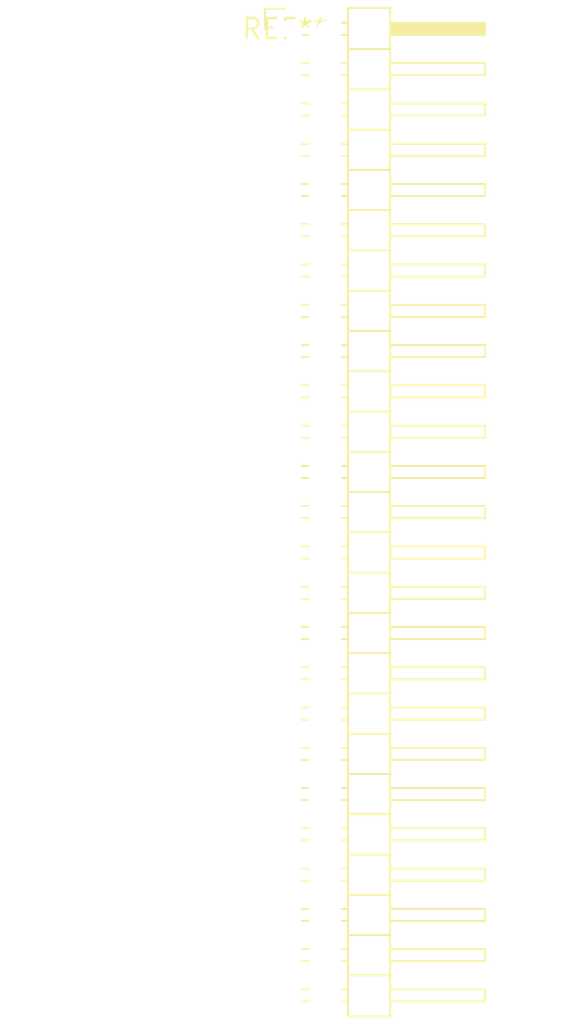
<source format=kicad_pcb>
(kicad_pcb (version 20240108) (generator pcbnew)
  (layers (0 "F.Cu" signal) (31 "B.Cu" signal) (34 "B.Paste" user) (35 "F.Paste" user) (36 "B.SilkS" user "B.Silkscreen") (37 "F.SilkS" user "F.Silkscreen") (38 "B.Mask" user) (39 "F.Mask" user) (44 "Edge.Cuts" user))
  (net 0 "")
  (footprint "PinHeader_2x25_P2.54mm_Horizontal" (layer "F.Cu") (at 0 0)
    (property "Reference" "REF**")
    (property "Value" "PinHeader_2x25_P2.54mm_Horizontal")
    (fp_line (start -1.27 -1.27) (end 0 -1.27) (layer "F.SilkS") (stroke (width 0.12)))
    (fp_line (start -1.27 0) (end -1.27 -1.27) (layer "F.SilkS") (stroke (width 0.12)))
    (fp_line (start 1.042929 2.16) (end 1.497071 2.16) (layer "F.SilkS") (stroke (width 0.12)))
    (fp_line (start 1.042929 2.92) (end 1.497071 2.92) (layer "F.SilkS") (stroke (width 0.12)))
    (fp_line (start 1.042929 4.7) (end 1.497071 4.7) (layer "F.SilkS") (stroke (width 0.12)))
    (fp_line (start 1.042929 5.46) (end 1.497071 5.46) (layer "F.SilkS") (stroke (width 0.12)))
    (fp_line (start 1.042929 7.24) (end 1.497071 7.24) (layer "F.SilkS") (stroke (width 0.12)))
    (fp_line (start 1.042929 8) (end 1.497071 8) (layer "F.SilkS") (stroke (width 0.12)))
    (fp_line (start 1.042929 9.78) (end 1.497071 9.78) (layer "F.SilkS") (stroke (width 0.12)))
    (fp_line (start 1.042929 10.54) (end 1.497071 10.54) (layer "F.SilkS") (stroke (width 0.12)))
    (fp_line (start 1.042929 12.32) (end 1.497071 12.32) (layer "F.SilkS") (stroke (width 0.12)))
    (fp_line (start 1.042929 13.08) (end 1.497071 13.08) (layer "F.SilkS") (stroke (width 0.12)))
    (fp_line (start 1.042929 14.86) (end 1.497071 14.86) (layer "F.SilkS") (stroke (width 0.12)))
    (fp_line (start 1.042929 15.62) (end 1.497071 15.62) (layer "F.SilkS") (stroke (width 0.12)))
    (fp_line (start 1.042929 17.4) (end 1.497071 17.4) (layer "F.SilkS") (stroke (width 0.12)))
    (fp_line (start 1.042929 18.16) (end 1.497071 18.16) (layer "F.SilkS") (stroke (width 0.12)))
    (fp_line (start 1.042929 19.94) (end 1.497071 19.94) (layer "F.SilkS") (stroke (width 0.12)))
    (fp_line (start 1.042929 20.7) (end 1.497071 20.7) (layer "F.SilkS") (stroke (width 0.12)))
    (fp_line (start 1.042929 22.48) (end 1.497071 22.48) (layer "F.SilkS") (stroke (width 0.12)))
    (fp_line (start 1.042929 23.24) (end 1.497071 23.24) (layer "F.SilkS") (stroke (width 0.12)))
    (fp_line (start 1.042929 25.02) (end 1.497071 25.02) (layer "F.SilkS") (stroke (width 0.12)))
    (fp_line (start 1.042929 25.78) (end 1.497071 25.78) (layer "F.SilkS") (stroke (width 0.12)))
    (fp_line (start 1.042929 27.56) (end 1.497071 27.56) (layer "F.SilkS") (stroke (width 0.12)))
    (fp_line (start 1.042929 28.32) (end 1.497071 28.32) (layer "F.SilkS") (stroke (width 0.12)))
    (fp_line (start 1.042929 30.1) (end 1.497071 30.1) (layer "F.SilkS") (stroke (width 0.12)))
    (fp_line (start 1.042929 30.86) (end 1.497071 30.86) (layer "F.SilkS") (stroke (width 0.12)))
    (fp_line (start 1.042929 32.64) (end 1.497071 32.64) (layer "F.SilkS") (stroke (width 0.12)))
    (fp_line (start 1.042929 33.4) (end 1.497071 33.4) (layer "F.SilkS") (stroke (width 0.12)))
    (fp_line (start 1.042929 35.18) (end 1.497071 35.18) (layer "F.SilkS") (stroke (width 0.12)))
    (fp_line (start 1.042929 35.94) (end 1.497071 35.94) (layer "F.SilkS") (stroke (width 0.12)))
    (fp_line (start 1.042929 37.72) (end 1.497071 37.72) (layer "F.SilkS") (stroke (width 0.12)))
    (fp_line (start 1.042929 38.48) (end 1.497071 38.48) (layer "F.SilkS") (stroke (width 0.12)))
    (fp_line (start 1.042929 40.26) (end 1.497071 40.26) (layer "F.SilkS") (stroke (width 0.12)))
    (fp_line (start 1.042929 41.02) (end 1.497071 41.02) (layer "F.SilkS") (stroke (width 0.12)))
    (fp_line (start 1.042929 42.8) (end 1.497071 42.8) (layer "F.SilkS") (stroke (width 0.12)))
    (fp_line (start 1.042929 43.56) (end 1.497071 43.56) (layer "F.SilkS") (stroke (width 0.12)))
    (fp_line (start 1.042929 45.34) (end 1.497071 45.34) (layer "F.SilkS") (stroke (width 0.12)))
    (fp_line (start 1.042929 46.1) (end 1.497071 46.1) (layer "F.SilkS") (stroke (width 0.12)))
    (fp_line (start 1.042929 47.88) (end 1.497071 47.88) (layer "F.SilkS") (stroke (width 0.12)))
    (fp_line (start 1.042929 48.64) (end 1.497071 48.64) (layer "F.SilkS") (stroke (width 0.12)))
    (fp_line (start 1.042929 50.42) (end 1.497071 50.42) (layer "F.SilkS") (stroke (width 0.12)))
    (fp_line (start 1.042929 51.18) (end 1.497071 51.18) (layer "F.SilkS") (stroke (width 0.12)))
    (fp_line (start 1.042929 52.96) (end 1.497071 52.96) (layer "F.SilkS") (stroke (width 0.12)))
    (fp_line (start 1.042929 53.72) (end 1.497071 53.72) (layer "F.SilkS") (stroke (width 0.12)))
    (fp_line (start 1.042929 55.5) (end 1.497071 55.5) (layer "F.SilkS") (stroke (width 0.12)))
    (fp_line (start 1.042929 56.26) (end 1.497071 56.26) (layer "F.SilkS") (stroke (width 0.12)))
    (fp_line (start 1.042929 58.04) (end 1.497071 58.04) (layer "F.SilkS") (stroke (width 0.12)))
    (fp_line (start 1.042929 58.8) (end 1.497071 58.8) (layer "F.SilkS") (stroke (width 0.12)))
    (fp_line (start 1.042929 60.58) (end 1.497071 60.58) (layer "F.SilkS") (stroke (width 0.12)))
    (fp_line (start 1.042929 61.34) (end 1.497071 61.34) (layer "F.SilkS") (stroke (width 0.12)))
    (fp_line (start 1.11 -0.38) (end 1.497071 -0.38) (layer "F.SilkS") (stroke (width 0.12)))
    (fp_line (start 1.11 0.38) (end 1.497071 0.38) (layer "F.SilkS") (stroke (width 0.12)))
    (fp_line (start 3.582929 -0.38) (end 3.98 -0.38) (layer "F.SilkS") (stroke (width 0.12)))
    (fp_line (start 3.582929 0.38) (end 3.98 0.38) (layer "F.SilkS") (stroke (width 0.12)))
    (fp_line (start 3.582929 2.16) (end 3.98 2.16) (layer "F.SilkS") (stroke (width 0.12)))
    (fp_line (start 3.582929 2.92) (end 3.98 2.92) (layer "F.SilkS") (stroke (width 0.12)))
    (fp_line (start 3.582929 4.7) (end 3.98 4.7) (layer "F.SilkS") (stroke (width 0.12)))
    (fp_line (start 3.582929 5.46) (end 3.98 5.46) (layer "F.SilkS") (stroke (width 0.12)))
    (fp_line (start 3.582929 7.24) (end 3.98 7.24) (layer "F.SilkS") (stroke (width 0.12)))
    (fp_line (start 3.582929 8) (end 3.98 8) (layer "F.SilkS") (stroke (width 0.12)))
    (fp_line (start 3.582929 9.78) (end 3.98 9.78) (layer "F.SilkS") (stroke (width 0.12)))
    (fp_line (start 3.582929 10.54) (end 3.98 10.54) (layer "F.SilkS") (stroke (width 0.12)))
    (fp_line (start 3.582929 12.32) (end 3.98 12.32) (layer "F.SilkS") (stroke (width 0.12)))
    (fp_line (start 3.582929 13.08) (end 3.98 13.08) (layer "F.SilkS") (stroke (width 0.12)))
    (fp_line (start 3.582929 14.86) (end 3.98 14.86) (layer "F.SilkS") (stroke (width 0.12)))
    (fp_line (start 3.582929 15.62) (end 3.98 15.62) (layer "F.SilkS") (stroke (width 0.12)))
    (fp_line (start 3.582929 17.4) (end 3.98 17.4) (layer "F.SilkS") (stroke (width 0.12)))
    (fp_line (start 3.582929 18.16) (end 3.98 18.16) (layer "F.SilkS") (stroke (width 0.12)))
    (fp_line (start 3.582929 19.94) (end 3.98 19.94) (layer "F.SilkS") (stroke (width 0.12)))
    (fp_line (start 3.582929 20.7) (end 3.98 20.7) (layer "F.SilkS") (stroke (width 0.12)))
    (fp_line (start 3.582929 22.48) (end 3.98 22.48) (layer "F.SilkS") (stroke (width 0.12)))
    (fp_line (start 3.582929 23.24) (end 3.98 23.24) (layer "F.SilkS") (stroke (width 0.12)))
    (fp_line (start 3.582929 25.02) (end 3.98 25.02) (layer "F.SilkS") (stroke (width 0.12)))
    (fp_line (start 3.582929 25.78) (end 3.98 25.78) (layer "F.SilkS") (stroke (width 0.12)))
    (fp_line (start 3.582929 27.56) (end 3.98 27.56) (layer "F.SilkS") (stroke (width 0.12)))
    (fp_line (start 3.582929 28.32) (end 3.98 28.32) (layer "F.SilkS") (stroke (width 0.12)))
    (fp_line (start 3.582929 30.1) (end 3.98 30.1) (layer "F.SilkS") (stroke (width 0.12)))
    (fp_line (start 3.582929 30.86) (end 3.98 30.86) (layer "F.SilkS") (stroke (width 0.12)))
    (fp_line (start 3.582929 32.64) (end 3.98 32.64) (layer "F.SilkS") (stroke (width 0.12)))
    (fp_line (start 3.582929 33.4) (end 3.98 33.4) (layer "F.SilkS") (stroke (width 0.12)))
    (fp_line (start 3.582929 35.18) (end 3.98 35.18) (layer "F.SilkS") (stroke (width 0.12)))
    (fp_line (start 3.582929 35.94) (end 3.98 35.94) (layer "F.SilkS") (stroke (width 0.12)))
    (fp_line (start 3.582929 37.72) (end 3.98 37.72) (layer "F.SilkS") (stroke (width 0.12)))
    (fp_line (start 3.582929 38.48) (end 3.98 38.48) (layer "F.SilkS") (stroke (width 0.12)))
    (fp_line (start 3.582929 40.26) (end 3.98 40.26) (layer "F.SilkS") (stroke (width 0.12)))
    (fp_line (start 3.582929 41.02) (end 3.98 41.02) (layer "F.SilkS") (stroke (width 0.12)))
    (fp_line (start 3.582929 42.8) (end 3.98 42.8) (layer "F.SilkS") (stroke (width 0.12)))
    (fp_line (start 3.582929 43.56) (end 3.98 43.56) (layer "F.SilkS") (stroke (width 0.12)))
    (fp_line (start 3.582929 45.34) (end 3.98 45.34) (layer "F.SilkS") (stroke (width 0.12)))
    (fp_line (start 3.582929 46.1) (end 3.98 46.1) (layer "F.SilkS") (stroke (width 0.12)))
    (fp_line (start 3.582929 47.88) (end 3.98 47.88) (layer "F.SilkS") (stroke (width 0.12)))
    (fp_line (start 3.582929 48.64) (end 3.98 48.64) (layer "F.SilkS") (stroke (width 0.12)))
    (fp_line (start 3.582929 50.42) (end 3.98 50.42) (layer "F.SilkS") (stroke (width 0.12)))
    (fp_line (start 3.582929 51.18) (end 3.98 51.18) (layer "F.SilkS") (stroke (width 0.12)))
    (fp_line (start 3.582929 52.96) (end 3.98 52.96) (layer "F.SilkS") (stroke (width 0.12)))
    (fp_line (start 3.582929 53.72) (end 3.98 53.72) (layer "F.SilkS") (stroke (width 0.12)))
    (fp_line (start 3.582929 55.5) (end 3.98 55.5) (layer "F.SilkS") (stroke (width 0.12)))
    (fp_line (start 3.582929 56.26) (end 3.98 56.26) (layer "F.SilkS") (stroke (width 0.12)))
    (fp_line (start 3.582929 58.04) (end 3.98 58.04) (layer "F.SilkS") (stroke (width 0.12)))
    (fp_line (start 3.582929 58.8) (end 3.98 58.8) (layer "F.SilkS") (stroke (width 0.12)))
    (fp_line (start 3.582929 60.58) (end 3.98 60.58) (layer "F.SilkS") (stroke (width 0.12)))
    (fp_line (start 3.582929 61.34) (end 3.98 61.34) (layer "F.SilkS") (stroke (width 0.12)))
    (fp_line (start 3.98 -1.33) (end 3.98 62.29) (layer "F.SilkS") (stroke (width 0.12)))
    (fp_line (start 3.98 1.27) (end 6.64 1.27) (layer "F.SilkS") (stroke (width 0.12)))
    (fp_line (start 3.98 3.81) (end 6.64 3.81) (layer "F.SilkS") (stroke (width 0.12)))
    (fp_line (start 3.98 6.35) (end 6.64 6.35) (layer "F.SilkS") (stroke (width 0.12)))
    (fp_line (start 3.98 8.89) (end 6.64 8.89) (layer "F.SilkS") (stroke (width 0.12)))
    (fp_line (start 3.98 11.43) (end 6.64 11.43) (layer "F.SilkS") (stroke (width 0.12)))
    (fp_line (start 3.98 13.97) (end 6.64 13.97) (layer "F.SilkS") (stroke (width 0.12)))
    (fp_line (start 3.98 16.51) (end 6.64 16.51) (layer "F.SilkS") (stroke (width 0.12)))
    (fp_line (start 3.98 19.05) (end 6.64 19.05) (layer "F.SilkS") (stroke (width 0.12)))
    (fp_line (start 3.98 21.59) (end 6.64 21.59) (layer "F.SilkS") (stroke (width 0.12)))
    (fp_line (start 3.98 24.13) (end 6.64 24.13) (layer "F.SilkS") (stroke (width 0.12)))
    (fp_line (start 3.98 26.67) (end 6.64 26.67) (layer "F.SilkS") (stroke (width 0.12)))
    (fp_line (start 3.98 29.21) (end 6.64 29.21) (layer "F.SilkS") (stroke (width 0.12)))
    (fp_line (start 3.98 31.75) (end 6.64 31.75) (layer "F.SilkS") (stroke (width 0.12)))
    (fp_line (start 3.98 34.29) (end 6.64 34.29) (layer "F.SilkS") (stroke (width 0.12)))
    (fp_line (start 3.98 36.83) (end 6.64 36.83) (layer "F.SilkS") (stroke (width 0.12)))
    (fp_line (start 3.98 39.37) (end 6.64 39.37) (layer "F.SilkS") (stroke (width 0.12)))
    (fp_line (start 3.98 41.91) (end 6.64 41.91) (layer "F.SilkS") (stroke (width 0.12)))
    (fp_line (start 3.98 44.45) (end 6.64 44.45) (layer "F.SilkS") (stroke (width 0.12)))
    (fp_line (start 3.98 46.99) (end 6.64 46.99) (layer "F.SilkS") (stroke (width 0.12)))
    (fp_line (start 3.98 49.53) (end 6.64 49.53) (layer "F.SilkS") (stroke (width 0.12)))
    (fp_line (start 3.98 52.07) (end 6.64 52.07) (layer "F.SilkS") (stroke (width 0.12)))
    (fp_line (start 3.98 54.61) (end 6.64 54.61) (layer "F.SilkS") (stroke (width 0.12)))
    (fp_line (start 3.98 57.15) (end 6.64 57.15) (layer "F.SilkS") (stroke (width 0.12)))
    (fp_line (start 3.98 59.69) (end 6.64 59.69) (layer "F.SilkS") (stroke (width 0.12)))
    (fp_line (start 3.98 62.29) (end 6.64 62.29) (layer "F.SilkS") (stroke (width 0.12)))
    (fp_line (start 6.64 -1.33) (end 3.98 -1.33) (layer "F.SilkS") (stroke (width 0.12)))
    (fp_line (start 6.64 -0.38) (end 12.64 -0.38) (layer "F.SilkS") (stroke (width 0.12)))
    (fp_line (start 6.64 -0.32) (end 12.64 -0.32) (layer "F.SilkS") (stroke (width 0.12)))
    (fp_line (start 6.64 -0.2) (end 12.64 -0.2) (layer "F.SilkS") (stroke (width 0.12)))
    (fp_line (start 6.64 -0.08) (end 12.64 -0.08) (layer "F.SilkS") (stroke (width 0.12)))
    (fp_line (start 6.64 0.04) (end 12.64 0.04) (layer "F.SilkS") (stroke (width 0.12)))
    (fp_line (start 6.64 0.16) (end 12.64 0.16) (layer "F.SilkS") (stroke (width 0.12)))
    (fp_line (start 6.64 0.28) (end 12.64 0.28) (layer "F.SilkS") (stroke (width 0.12)))
    (fp_line (start 6.64 2.16) (end 12.64 2.16) (layer "F.SilkS") (stroke (width 0.12)))
    (fp_line (start 6.64 4.7) (end 12.64 4.7) (layer "F.SilkS") (stroke (width 0.12)))
    (fp_line (start 6.64 7.24) (end 12.64 7.24) (layer "F.SilkS") (stroke (width 0.12)))
    (fp_line (start 6.64 9.78) (end 12.64 9.78) (layer "F.SilkS") (stroke (width 0.12)))
    (fp_line (start 6.64 12.32) (end 12.64 12.32) (layer "F.SilkS") (stroke (width 0.12)))
    (fp_line (start 6.64 14.86) (end 12.64 14.86) (layer "F.SilkS") (stroke (width 0.12)))
    (fp_line (start 6.64 17.4) (end 12.64 17.4) (layer "F.SilkS") (stroke (width 0.12)))
    (fp_line (start 6.64 19.94) (end 12.64 19.94) (layer "F.SilkS") (stroke (width 0.12)))
    (fp_line (start 6.64 22.48) (end 12.64 22.48) (layer "F.SilkS") (stroke (width 0.12)))
    (fp_line (start 6.64 25.02) (end 12.64 25.02) (layer "F.SilkS") (stroke (width 0.12)))
    (fp_line (start 6.64 27.56) (end 12.64 27.56) (layer "F.SilkS") (stroke (width 0.12)))
    (fp_line (start 6.64 30.1) (end 12.64 30.1) (layer "F.SilkS") (stroke (width 0.12)))
    (fp_line (start 6.64 32.64) (end 12.64 32.64) (layer "F.SilkS") (stroke (width 0.12)))
    (fp_line (start 6.64 35.18) (end 12.64 35.18) (layer "F.SilkS") (stroke (width 0.12)))
    (fp_line (start 6.64 37.72) (end 12.64 37.72) (layer "F.SilkS") (stroke (width 0.12)))
    (fp_line (start 6.64 40.26) (end 12.64 40.26) (layer "F.SilkS") (stroke (width 0.12)))
    (fp_line (start 6.64 42.8) (end 12.64 42.8) (layer "F.SilkS") (stroke (width 0.12)))
    (fp_line (start 6.64 45.34) (end 12.64 45.34) (layer "F.SilkS") (stroke (width 0.12)))
    (fp_line (start 6.64 47.88) (end 12.64 47.88) (layer "F.SilkS") (stroke (width 0.12)))
    (fp_line (start 6.64 50.42) (end 12.64 50.42) (layer "F.SilkS") (stroke (width 0.12)))
    (fp_line (start 6.64 52.96) (end 12.64 52.96) (layer "F.SilkS") (stroke (width 0.12)))
    (fp_line (start 6.64 55.5) (end 12.64 55.5) (layer "F.SilkS") (stroke (width 0.12)))
    (fp_line (start 6.64 58.04) (end 12.64 58.04) (layer "F.SilkS") (stroke (width 0.12)))
    (fp_line (start 6.64 60.58) (end 12.64 60.58) (layer "F.SilkS") (stroke (width 0.12)))
    (fp_line (start 6.64 62.29) (end 6.64 -1.33) (layer "F.SilkS") (stroke (width 0.12)))
    (fp_line (start 12.64 -0.38) (end 12.64 0.38) (layer "F.SilkS") (stroke (width 0.12)))
    (fp_line (start 12.64 0.38) (end 6.64 0.38) (layer "F.SilkS") (stroke (width 0.12)))
    (fp_line (start 12.64 2.16) (end 12.64 2.92) (layer "F.SilkS") (stroke (width 0.12)))
    (fp_line (start 12.64 2.92) (end 6.64 2.92) (layer "F.SilkS") (stroke (width 0.12)))
    (fp_line (start 12.64 4.7) (end 12.64 5.46) (layer "F.SilkS") (stroke (width 0.12)))
    (fp_line (start 12.64 5.46) (end 6.64 5.46) (layer "F.SilkS") (stroke (width 0.12)))
    (fp_line (start 12.64 7.24) (end 12.64 8) (layer "F.SilkS") (stroke (width 0.12)))
    (fp_line (start 12.64 8) (end 6.64 8) (layer "F.SilkS") (stroke (width 0.12)))
    (fp_line (start 12.64 9.78) (end 12.64 10.54) (layer "F.SilkS") (stroke (width 0.12)))
    (fp_line (start 12.64 10.54) (end 6.64 10.54) (layer "F.SilkS") (stroke (width 0.12)))
    (fp_line (start 12.64 12.32) (end 12.64 13.08) (layer "F.SilkS") (stroke (width 0.12)))
    (fp_line (start 12.64 13.08) (end 6.64 13.08) (layer "F.SilkS") (stroke (width 0.12)))
    (fp_line (start 12.64 14.86) (end 12.64 15.62) (layer "F.SilkS") (stroke (width 0.12)))
    (fp_line (start 12.64 15.62) (end 6.64 15.62) (layer "F.SilkS") (stroke (width 0.12)))
    (fp_line (start 12.64 17.4) (end 12.64 18.16) (layer "F.SilkS") (stroke (width 0.12)))
    (fp_line (start 12.64 18.16) (end 6.64 18.16) (layer "F.SilkS") (stroke (width 0.12)))
    (fp_line (start 12.64 19.94) (end 12.64 20.7) (layer "F.SilkS") (stroke (width 0.12)))
    (fp_line (start 12.64 20.7) (end 6.64 20.7) (layer "F.SilkS") (stroke (width 0.12)))
    (fp_line (start 12.64 22.48) (end 12.64 23.24) (layer "F.SilkS") (stroke (width 0.12)))
    (fp_line (start 12.64 23.24) (end 6.64 23.24) (layer "F.SilkS") (stroke (width 0.12)))
    (fp_line (start 12.64 25.02) (end 12.64 25.78) (layer "F.SilkS") (stroke (width 0.12)))
    (fp_line (start 12.64 25.78) (end 6.64 25.78) (layer "F.SilkS") (stroke (width 0.12)))
    (fp_line (start 12.64 27.56) (end 12.64 28.32) (layer "F.SilkS") (stroke (width 0.12)))
    (fp_line (start 12.64 28.32) (end 6.64 28.32) (layer "F.SilkS") (stroke (width 0.12)))
    (fp_line (start 12.64 30.1) (end 12.64 30.86) (layer "F.SilkS") (stroke (width 0.12)))
    (fp_line (start 12.64 30.86) (end 6.64 30.86) (layer "F.SilkS") (stroke (width 0.12)))
    (fp_line (start 12.64 32.64) (end 12.64 33.4) (layer "F.SilkS") (stroke (width 0.12)))
    (fp_line (start 12.64 33.4) (end 6.64 33.4) (layer "F.SilkS") (stroke (width 0.12)))
    (fp_line (start 12.64 35.18) (end 12.64 35.94) (layer "F.SilkS") (stroke (width 0.12)))
    (fp_line (start 12.64 35.94) (end 6.64 35.94) (layer "F.SilkS") (stroke (width 0.12)))
    (fp_line (start 12.64 37.72) (end 12.64 38.48) (layer "F.SilkS") (stroke (width 0.12)))
    (fp_line (start 12.64 38.48) (end 6.64 38.48) (layer "F.SilkS") (stroke (width 0.12)))
    (fp_line (start 12.64 40.26) (end 12.64 41.02) (layer "F.SilkS") (stroke (width 0.12)))
    (fp_line (start 12.64 41.02) (end 6.64 41.02) (layer "F.SilkS") (stroke (width 0.12)))
    (fp_line (start 12.64 42.8) (end 12.64 43.56) (layer "F.SilkS") (stroke (width 0.12)))
    (fp_line (start 12.64 43.56) (end 6.64 43.56) (layer "F.SilkS") (stroke (width 0.12)))
    (fp_line (start 12.64 45.34) (end 12.64 46.1) (layer "F.SilkS") (stroke (width 0.12)))
    (fp_line (start 12.64 46.1) (end 6.64 46.1) (layer "F.SilkS") (stroke (width 0.12)))
    (fp_line (start 12.64 47.88) (end 12.64 48.64) (layer "F.SilkS") (stroke (width 0.12)))
    (fp_line (start 12.64 48.64) (end 6.64 48.64) (layer "F.SilkS") (stroke (width 0.12)))
    (fp_line (start 12.64 50.42) (end 12.64 51.18) (layer "F.SilkS") (stroke (width 0.12)))
    (fp_line (start 12.64 51.18) (end 6.64 51.18) (layer "F.SilkS") (stroke (width 0.12)))
    (fp_line (start 12.64 52.96) (end 12.64 53.72) (layer "F.SilkS") (stroke (width 0.12)))
    (fp_line (start 12.64 53.72) (end 6.64 53.72) (layer "F.SilkS") (stroke (width 0.12)))
    (fp_line (start 12.64 55.5) (end 12.64 56.26) (layer "F.SilkS") (stroke (width 0.12)))
    (fp_line (start 12.64 56.26) (end 6.64 56.26) (layer "F.SilkS") (stroke (width 0.12)))
    (fp_line (start 12.64 58.04) (end 12.64 58.8) (layer "F.SilkS") (stroke (width 0.12)))
    (fp_line (start 12.64 58.8) (end 6.64 58.8) (layer "F.SilkS") (stroke (width 0.12)))
    (fp_line (start 12.64 60.58) (end 12.64 61.34) (layer "F.SilkS") (stroke (width 0.12)))
    (fp_line (start 12.64 61.34) (end 6.64 61.34) (layer "F.SilkS") (stroke (width 0.12)))
    (pad "1" thru_hole rect (at 0 0) (size 1.7 1.7) (drill 1) (layers *.Cu *.Mask) (remove_unused_layers))
    (pad "2" thru_hole oval (at 2.54 0) (size 1.7 1.7) (drill 1) (layers *.Cu *.Mask) (remove_unused_layers))
    (pad "3" thru_hole oval (at 0 2.54) (size 1.7 1.7) (drill 1) (layers *.Cu *.Mask) (remove_unused_layers))
    (pad "4" thru_hole oval (at 2.54 2.54) (size 1.7 1.7) (drill 1) (layers *.Cu *.Mask) (remove_unused_layers))
    (pad "5" thru_hole oval (at 0 5.08) (size 1.7 1.7) (drill 1) (layers *.Cu *.Mask) (remove_unused_layers))
    (pad "6" thru_hole oval (at 2.54 5.08) (size 1.7 1.7) (drill 1) (layers *.Cu *.Mask) (remove_unused_layers))
    (pad "7" thru_hole oval (at 0 7.62) (size 1.7 1.7) (drill 1) (layers *.Cu *.Mask) (remove_unused_layers))
    (pad "8" thru_hole oval (at 2.54 7.62) (size 1.7 1.7) (drill 1) (layers *.Cu *.Mask) (remove_unused_layers))
    (pad "9" thru_hole oval (at 0 10.16) (size 1.7 1.7) (drill 1) (layers *.Cu *.Mask) (remove_unused_layers))
    (pad "10" thru_hole oval (at 2.54 10.16) (size 1.7 1.7) (drill 1) (layers *.Cu *.Mask) (remove_unused_layers))
    (pad "11" thru_hole oval (at 0 12.7) (size 1.7 1.7) (drill 1) (layers *.Cu *.Mask) (remove_unused_layers))
    (pad "12" thru_hole oval (at 2.54 12.7) (size 1.7 1.7) (drill 1) (layers *.Cu *.Mask) (remove_unused_layers))
    (pad "13" thru_hole oval (at 0 15.24) (size 1.7 1.7) (drill 1) (layers *.Cu *.Mask) (remove_unused_layers))
    (pad "14" thru_hole oval (at 2.54 15.24) (size 1.7 1.7) (drill 1) (layers *.Cu *.Mask) (remove_unused_layers))
    (pad "15" thru_hole oval (at 0 17.78) (size 1.7 1.7) (drill 1) (layers *.Cu *.Mask) (remove_unused_layers))
    (pad "16" thru_hole oval (at 2.54 17.78) (size 1.7 1.7) (drill 1) (layers *.Cu *.Mask) (remove_unused_layers))
    (pad "17" thru_hole oval (at 0 20.32) (size 1.7 1.7) (drill 1) (layers *.Cu *.Mask) (remove_unused_layers))
    (pad "18" thru_hole oval (at 2.54 20.32) (size 1.7 1.7) (drill 1) (layers *.Cu *.Mask) (remove_unused_layers))
    (pad "19" thru_hole oval (at 0 22.86) (size 1.7 1.7) (drill 1) (layers *.Cu *.Mask) (remove_unused_layers))
    (pad "20" thru_hole oval (at 2.54 22.86) (size 1.7 1.7) (drill 1) (layers *.Cu *.Mask) (remove_unused_layers))
    (pad "21" thru_hole oval (at 0 25.4) (size 1.7 1.7) (drill 1) (layers *.Cu *.Mask) (remove_unused_layers))
    (pad "22" thru_hole oval (at 2.54 25.4) (size 1.7 1.7) (drill 1) (layers *.Cu *.Mask) (remove_unused_layers))
    (pad "23" thru_hole oval (at 0 27.94) (size 1.7 1.7) (drill 1) (layers *.Cu *.Mask) (remove_unused_layers))
    (pad "24" thru_hole oval (at 2.54 27.94) (size 1.7 1.7) (drill 1) (layers *.Cu *.Mask) (remove_unused_layers))
    (pad "25" thru_hole oval (at 0 30.48) (size 1.7 1.7) (drill 1) (layers *.Cu *.Mask) (remove_unused_layers))
    (pad "26" thru_hole oval (at 2.54 30.48) (size 1.7 1.7) (drill 1) (layers *.Cu *.Mask) (remove_unused_layers))
    (pad "27" thru_hole oval (at 0 33.02) (size 1.7 1.7) (drill 1) (layers *.Cu *.Mask) (remove_unused_layers))
    (pad "28" thru_hole oval (at 2.54 33.02) (size 1.7 1.7) (drill 1) (layers *.Cu *.Mask) (remove_unused_layers))
    (pad "29" thru_hole oval (at 0 35.56) (size 1.7 1.7) (drill 1) (layers *.Cu *.Mask) (remove_unused_layers))
    (pad "30" thru_hole oval (at 2.54 35.56) (size 1.7 1.7) (drill 1) (layers *.Cu *.Mask) (remove_unused_layers))
    (pad "31" thru_hole oval (at 0 38.1) (size 1.7 1.7) (drill 1) (layers *.Cu *.Mask) (remove_unused_layers))
    (pad "32" thru_hole oval (at 2.54 38.1) (size 1.7 1.7) (drill 1) (layers *.Cu *.Mask) (remove_unused_layers))
    (pad "33" thru_hole oval (at 0 40.64) (size 1.7 1.7) (drill 1) (layers *.Cu *.Mask) (remove_unused_layers))
    (pad "34" thru_hole oval (at 2.54 40.64) (size 1.7 1.7) (drill 1) (layers *.Cu *.Mask) (remove_unused_layers))
    (pad "35" thru_hole oval (at 0 43.18) (size 1.7 1.7) (drill 1) (layers *.Cu *.Mask) (remove_unused_layers))
    (pad "36" thru_hole oval (at 2.54 43.18) (size 1.7 1.7) (drill 1) (layers *.Cu *.Mask) (remove_unused_layers))
    (pad "37" thru_hole oval (at 0 45.72) (size 1.7 1.7) (drill 1) (layers *.Cu *.Mask) (remove_unused_layers))
    (pad "38" thru_hole oval (at 2.54 45.72) (size 1.7 1.7) (drill 1) (layers *.Cu *.Mask) (remove_unused_layers))
    (pad "39" thru_hole oval (at 0 48.26) (size 1.7 1.7) (drill 1) (layers *.Cu *.Mask) (remove_unused_layers))
    (pad "40" thru_hole oval (at 2.54 48.26) (size 1.7 1.7) (drill 1) (layers *.Cu *.Mask) (remove_unused_layers))
    (pad "41" thru_hole oval (at 0 50.8) (size 1.7 1.7) (drill 1) (layers *.Cu *.Mask) (remove_unused_layers))
    (pad "42" thru_hole oval (at 2.54 50.8) (size 1.7 1.7) (drill 1) (layers *.Cu *.Mask) (remove_unused_layers))
    (pad "43" thru_hole oval (at 0 53.34) (size 1.7 1.7) (drill 1) (layers *.Cu *.Mask) (remove_unused_layers))
    (pad "44" thru_hole oval (at 2.54 53.34) (size 1.7 1.7) (drill 1) (layers *.Cu *.Mask) (remove_unused_layers))
    (pad "45" thru_hole oval (at 0 55.88) (size 1.7 1.7) (drill 1) (layers *.Cu *.Mask) (remove_unused_layers))
    (pad "46" thru_hole oval (at 2.54 55.88) (size 1.7 1.7) (drill 1) (layers *.Cu *.Mask) (remove_unused_layers))
    (pad "47" thru_hole oval (at 0 58.42) (size 1.7 1.7) (drill 1) (layers *.Cu *.Mask) (remove_unused_layers))
    (pad "48" thru_hole oval (at 2.54 58.42) (size 1.7 1.7) (drill 1) (layers *.Cu *.Mask) (remove_unused_layers))
    (pad "49" thru_hole oval (at 0 60.96) (size 1.7 1.7) (drill 1) (layers *.Cu *.Mask) (remove_unused_layers))
    (pad "50" thru_hole oval (at 2.54 60.96) (size 1.7 1.7) (drill 1) (layers *.Cu *.Mask) (remove_unused_layers))
  )
)
</source>
